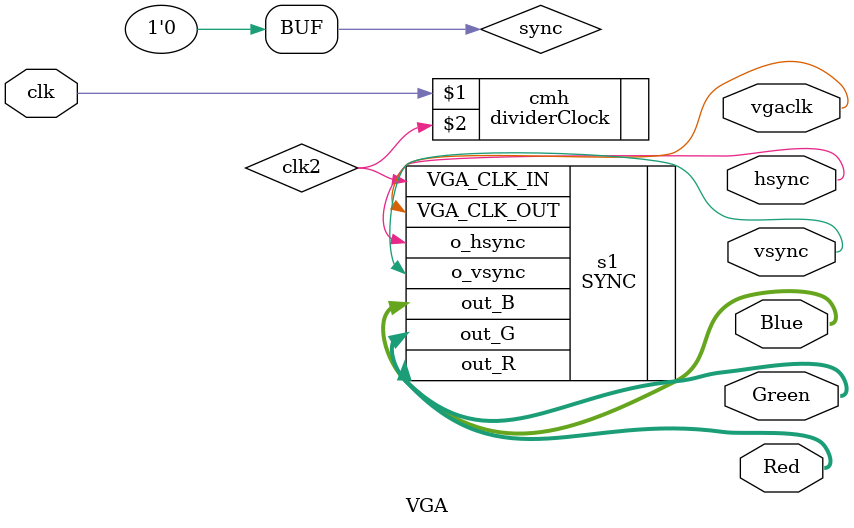
<source format=sv>
module VGA(
	input logic clk,
	output logic [7:0] Red, Green, Blue,
	output logic hsync, vsync, vgaclk);
	
	assign sync=1'b0;
	
	dividerClock cmh(clk, clk2);
	SYNC s1(
		.VGA_CLK_IN(clk2), 
		.o_hsync(hsync), 
		.o_vsync(vsync), 
		.VGA_CLK_OUT(vgaclk),
		.out_R(Red),
		.out_B(Blue),
		.out_G(Green)
		);
		
		
endmodule 
</source>
